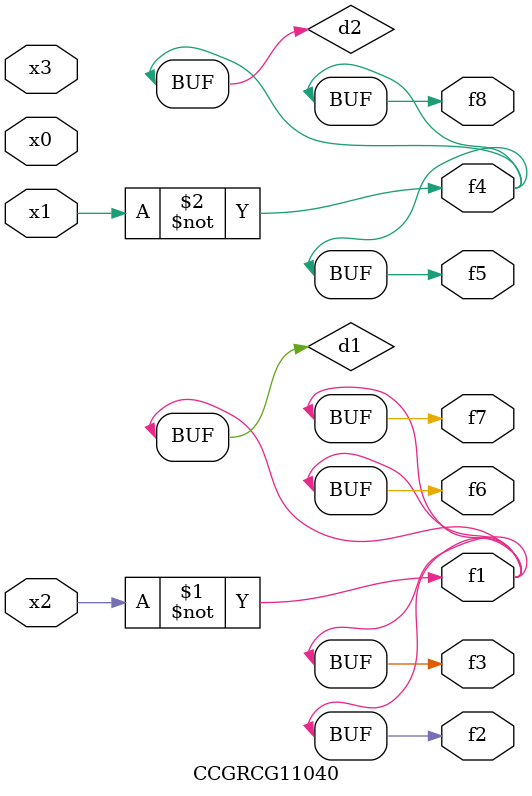
<source format=v>
module CCGRCG11040(
	input x0, x1, x2, x3,
	output f1, f2, f3, f4, f5, f6, f7, f8
);

	wire d1, d2;

	xnor (d1, x2);
	not (d2, x1);
	assign f1 = d1;
	assign f2 = d1;
	assign f3 = d1;
	assign f4 = d2;
	assign f5 = d2;
	assign f6 = d1;
	assign f7 = d1;
	assign f8 = d2;
endmodule

</source>
